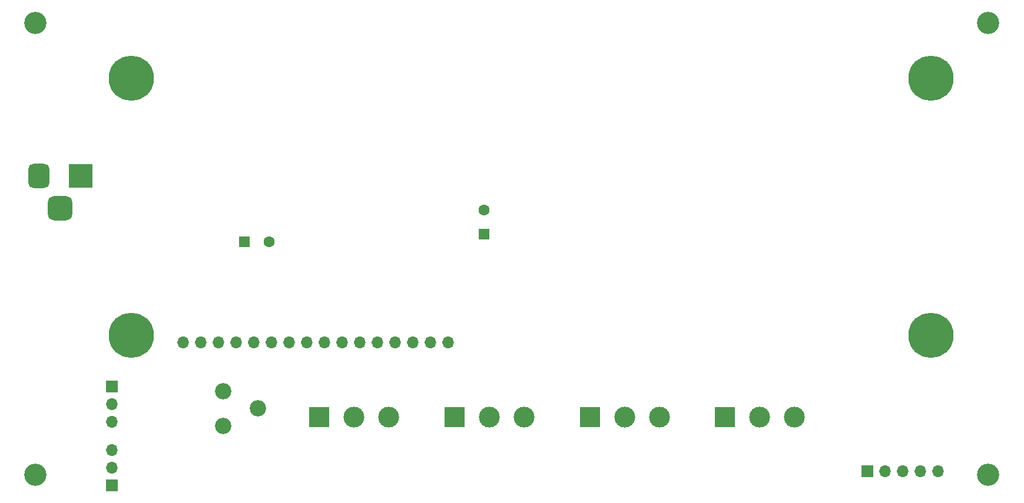
<source format=gbr>
%TF.GenerationSoftware,KiCad,Pcbnew,7.0.0-1.fc37*%
%TF.CreationDate,2023-06-05T08:34:40+02:00*%
%TF.ProjectId,smokePID,736d6f6b-6550-4494-942e-6b696361645f,rev?*%
%TF.SameCoordinates,Original*%
%TF.FileFunction,Soldermask,Bot*%
%TF.FilePolarity,Negative*%
%FSLAX46Y46*%
G04 Gerber Fmt 4.6, Leading zero omitted, Abs format (unit mm)*
G04 Created by KiCad (PCBNEW 7.0.0-1.fc37) date 2023-06-05 08:34:40*
%MOMM*%
%LPD*%
G01*
G04 APERTURE LIST*
G04 Aperture macros list*
%AMRoundRect*
0 Rectangle with rounded corners*
0 $1 Rounding radius*
0 $2 $3 $4 $5 $6 $7 $8 $9 X,Y pos of 4 corners*
0 Add a 4 corners polygon primitive as box body*
4,1,4,$2,$3,$4,$5,$6,$7,$8,$9,$2,$3,0*
0 Add four circle primitives for the rounded corners*
1,1,$1+$1,$2,$3*
1,1,$1+$1,$4,$5*
1,1,$1+$1,$6,$7*
1,1,$1+$1,$8,$9*
0 Add four rect primitives between the rounded corners*
20,1,$1+$1,$2,$3,$4,$5,0*
20,1,$1+$1,$4,$5,$6,$7,0*
20,1,$1+$1,$6,$7,$8,$9,0*
20,1,$1+$1,$8,$9,$2,$3,0*%
G04 Aperture macros list end*
%ADD10R,1.600000X1.600000*%
%ADD11C,1.600000*%
%ADD12C,3.200000*%
%ADD13R,3.500000X3.500000*%
%ADD14RoundRect,0.750000X-0.750000X-1.000000X0.750000X-1.000000X0.750000X1.000000X-0.750000X1.000000X0*%
%ADD15RoundRect,0.875000X-0.875000X-0.875000X0.875000X-0.875000X0.875000X0.875000X-0.875000X0.875000X0*%
%ADD16R,1.700000X1.700000*%
%ADD17O,1.700000X1.700000*%
%ADD18R,3.000000X3.000000*%
%ADD19C,3.000000*%
%ADD20C,6.500000*%
%ADD21C,2.340000*%
G04 APERTURE END LIST*
D10*
%TO.C,C3*%
X82047348Y-99469999D03*
D11*
X85547349Y-99470000D03*
%TD*%
D12*
%TO.C,H4*%
X52000000Y-133000000D03*
%TD*%
D13*
%TO.C,J2*%
X58499999Y-89999999D03*
D14*
X52500000Y-90000000D03*
D15*
X55500000Y-94700000D03*
%TD*%
D10*
%TO.C,C9*%
X116499999Y-98402650D03*
D11*
X116500000Y-94902651D03*
%TD*%
D16*
%TO.C,M1*%
X62999999Y-120324999D03*
D17*
X62999999Y-122864999D03*
X62999999Y-125404999D03*
%TD*%
D16*
%TO.C,J1*%
X171579999Y-132499999D03*
D17*
X174119999Y-132499999D03*
X176659999Y-132499999D03*
X179199999Y-132499999D03*
X181739999Y-132499999D03*
%TD*%
D16*
%TO.C,U5*%
X62999999Y-134524999D03*
D17*
X62999999Y-131984999D03*
X62999999Y-129444999D03*
%TD*%
D12*
%TO.C,H2*%
X189000000Y-68000000D03*
%TD*%
D18*
%TO.C,RV1*%
X92799999Y-124699999D03*
D19*
X97800000Y-124700000D03*
X102800000Y-124700000D03*
%TD*%
D12*
%TO.C,H1*%
X52000000Y-68000000D03*
%TD*%
D18*
%TO.C,RV4*%
X151149999Y-124699999D03*
D19*
X156150000Y-124700000D03*
X161150000Y-124700000D03*
%TD*%
D20*
%TO.C,U2*%
X65775000Y-76000000D03*
X65775000Y-113000000D03*
X180775000Y-76000000D03*
X180775000Y-113000000D03*
D17*
X106274999Y-113999999D03*
X103734999Y-113999999D03*
X101194999Y-113999999D03*
X98654999Y-113999999D03*
X96114999Y-113999999D03*
X93574999Y-113999999D03*
X91034999Y-113999999D03*
X88494999Y-113999999D03*
X85954999Y-113999999D03*
X83414999Y-113999999D03*
X80874999Y-113999999D03*
X78334999Y-113999999D03*
X75794999Y-113999999D03*
X73254999Y-113999999D03*
X111354999Y-113999999D03*
X108814999Y-113999999D03*
%TD*%
D12*
%TO.C,H3*%
X189000000Y-133000000D03*
%TD*%
D18*
%TO.C,RV2*%
X112249999Y-124699999D03*
D19*
X117250000Y-124700000D03*
X122250000Y-124700000D03*
%TD*%
D21*
%TO.C,RV5*%
X79000000Y-121000000D03*
X84000000Y-123500000D03*
X79000000Y-126000000D03*
%TD*%
D18*
%TO.C,RV3*%
X131699999Y-124699999D03*
D19*
X136700000Y-124700000D03*
X141700000Y-124700000D03*
%TD*%
M02*

</source>
